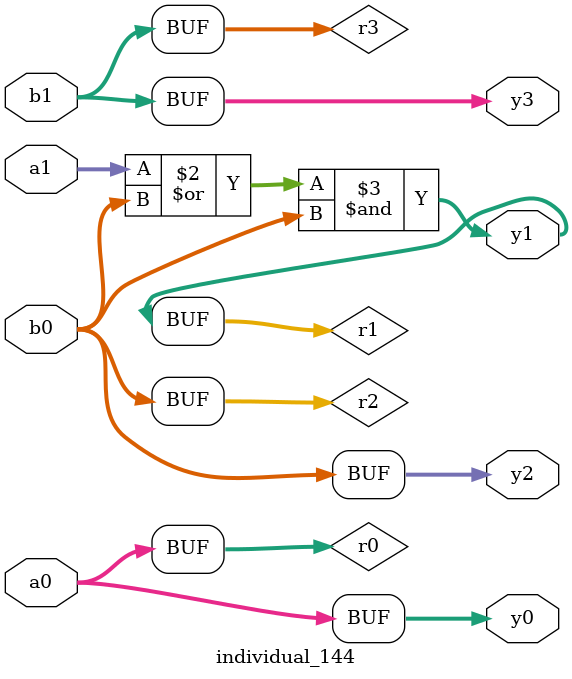
<source format=sv>
module individual_144(input logic [15:0] a1, input logic [15:0] a0, input logic [15:0] b1, input logic [15:0] b0, output logic [15:0] y3, output logic [15:0] y2, output logic [15:0] y1, output logic [15:0] y0);
logic [15:0] r0, r1, r2, r3; 
 always@(*) begin 
	 r0 = a0; r1 = a1; r2 = b0; r3 = b1; 
 	 r1  |=  r2 ;
 	 r1  &=  r2 ;
 	 y3 = r3; y2 = r2; y1 = r1; y0 = r0; 
end
endmodule
</source>
